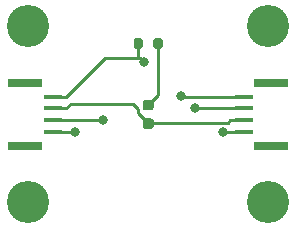
<source format=gbr>
%TF.GenerationSoftware,KiCad,Pcbnew,5.1.7-a382d34a8~87~ubuntu18.04.1*%
%TF.CreationDate,2022-01-02T10:16:47-08:00*%
%TF.ProjectId,basic_led,62617369-635f-46c6-9564-2e6b69636164,rev?*%
%TF.SameCoordinates,Original*%
%TF.FileFunction,Copper,L1,Top*%
%TF.FilePolarity,Positive*%
%FSLAX46Y46*%
G04 Gerber Fmt 4.6, Leading zero omitted, Abs format (unit mm)*
G04 Created by KiCad (PCBNEW 5.1.7-a382d34a8~87~ubuntu18.04.1) date 2022-01-02 10:16:47*
%MOMM*%
%LPD*%
G01*
G04 APERTURE LIST*
%TA.AperFunction,SMDPad,CuDef*%
%ADD10R,3.000000X0.800000*%
%TD*%
%TA.AperFunction,SMDPad,CuDef*%
%ADD11R,1.600000X0.400000*%
%TD*%
%TA.AperFunction,ComponentPad*%
%ADD12C,3.570000*%
%TD*%
%TA.AperFunction,ViaPad*%
%ADD13C,0.800000*%
%TD*%
%TA.AperFunction,Conductor*%
%ADD14C,0.250000*%
%TD*%
G04 APERTURE END LIST*
D10*
%TO.P,J2,*%
%TO.N,*%
X73100000Y-57350000D03*
X73100000Y-62650000D03*
D11*
%TO.P,J2,4*%
%TO.N,/SCL*%
X70775000Y-58500000D03*
%TO.P,J2,3*%
%TO.N,/SDA*%
X70775000Y-59500000D03*
%TO.P,J2,2*%
%TO.N,/3V3*%
X70775000Y-60500000D03*
%TO.P,J2,1*%
%TO.N,GND*%
X70775000Y-61500000D03*
%TD*%
D10*
%TO.P,J1,*%
%TO.N,*%
X52300000Y-62650000D03*
X52300000Y-57350000D03*
D11*
%TO.P,J1,4*%
%TO.N,/SCL*%
X54625000Y-61500000D03*
%TO.P,J1,3*%
%TO.N,/SDA*%
X54625000Y-60500000D03*
%TO.P,J1,2*%
%TO.N,/3V3*%
X54625000Y-59500000D03*
%TO.P,J1,1*%
%TO.N,GND*%
X54625000Y-58500000D03*
%TD*%
D12*
%TO.P,M4,~*%
%TO.N,N/C*%
X52540000Y-67460000D03*
%TD*%
%TO.P,M3,~*%
%TO.N,N/C*%
X72860000Y-67460000D03*
%TD*%
%TO.P,M2,~*%
%TO.N,N/C*%
X72860000Y-52540000D03*
%TD*%
%TO.P,M1,~*%
%TO.N,N/C*%
X52540000Y-52540000D03*
%TD*%
%TO.P,D1,2*%
%TO.N,/3V3*%
%TA.AperFunction,SMDPad,CuDef*%
G36*
G01*
X62443750Y-60350000D02*
X62956250Y-60350000D01*
G75*
G02*
X63175000Y-60568750I0J-218750D01*
G01*
X63175000Y-61006250D01*
G75*
G02*
X62956250Y-61225000I-218750J0D01*
G01*
X62443750Y-61225000D01*
G75*
G02*
X62225000Y-61006250I0J218750D01*
G01*
X62225000Y-60568750D01*
G75*
G02*
X62443750Y-60350000I218750J0D01*
G01*
G37*
%TD.AperFunction*%
%TO.P,D1,1*%
%TO.N,Net-(D1-Pad1)*%
%TA.AperFunction,SMDPad,CuDef*%
G36*
G01*
X62443750Y-58775000D02*
X62956250Y-58775000D01*
G75*
G02*
X63175000Y-58993750I0J-218750D01*
G01*
X63175000Y-59431250D01*
G75*
G02*
X62956250Y-59650000I-218750J0D01*
G01*
X62443750Y-59650000D01*
G75*
G02*
X62225000Y-59431250I0J218750D01*
G01*
X62225000Y-58993750D01*
G75*
G02*
X62443750Y-58775000I218750J0D01*
G01*
G37*
%TD.AperFunction*%
%TD*%
%TO.P,R1,1*%
%TO.N,Net-(D1-Pad1)*%
%TA.AperFunction,SMDPad,CuDef*%
G36*
G01*
X63925000Y-53725000D02*
X63925000Y-54275000D01*
G75*
G02*
X63725000Y-54475000I-200000J0D01*
G01*
X63325000Y-54475000D01*
G75*
G02*
X63125000Y-54275000I0J200000D01*
G01*
X63125000Y-53725000D01*
G75*
G02*
X63325000Y-53525000I200000J0D01*
G01*
X63725000Y-53525000D01*
G75*
G02*
X63925000Y-53725000I0J-200000D01*
G01*
G37*
%TD.AperFunction*%
%TO.P,R1,2*%
%TO.N,GND*%
%TA.AperFunction,SMDPad,CuDef*%
G36*
G01*
X62275000Y-53725000D02*
X62275000Y-54275000D01*
G75*
G02*
X62075000Y-54475000I-200000J0D01*
G01*
X61675000Y-54475000D01*
G75*
G02*
X61475000Y-54275000I0J200000D01*
G01*
X61475000Y-53725000D01*
G75*
G02*
X61675000Y-53525000I200000J0D01*
G01*
X62075000Y-53525000D01*
G75*
G02*
X62275000Y-53725000I0J-200000D01*
G01*
G37*
%TD.AperFunction*%
%TD*%
D13*
%TO.N,GND*%
X62322600Y-55554500D03*
X69000000Y-61500000D03*
%TO.N,/SCL*%
X65487200Y-58416600D03*
X56500000Y-61500000D03*
%TO.N,/SDA*%
X58850000Y-60500000D03*
X66700000Y-59500000D03*
%TD*%
D14*
%TO.N,GND*%
X61875000Y-55231400D02*
X59018900Y-55231400D01*
X59018900Y-55231400D02*
X55750300Y-58500000D01*
X62322600Y-55554500D02*
X61999500Y-55231400D01*
X61999500Y-55231400D02*
X61875000Y-55231400D01*
X61875000Y-55231400D02*
X61875000Y-54000000D01*
X54625000Y-58500000D02*
X55750300Y-58500000D01*
X70775000Y-61500000D02*
X69649700Y-61500000D01*
X69649700Y-61500000D02*
X69000000Y-61500000D01*
%TO.N,Net-(D1-Pad1)*%
X63525000Y-54000000D02*
X63525000Y-58387500D01*
X63525000Y-58387500D02*
X62700000Y-59212500D01*
%TO.N,/3V3*%
X54625000Y-59500000D02*
X55750300Y-59500000D01*
X62700000Y-60704700D02*
X61846300Y-59851000D01*
X61846300Y-59851000D02*
X61846300Y-59511900D01*
X61846300Y-59511900D02*
X61421500Y-59087100D01*
X61421500Y-59087100D02*
X56163200Y-59087100D01*
X56163200Y-59087100D02*
X55750300Y-59500000D01*
X62700000Y-60787500D02*
X62700000Y-60704700D01*
X62700000Y-60704700D02*
X69445000Y-60704700D01*
X69445000Y-60704700D02*
X69649700Y-60500000D01*
X70775000Y-60500000D02*
X69649700Y-60500000D01*
%TO.N,/SCL*%
X54625000Y-61500000D02*
X55750300Y-61500000D01*
X70775000Y-58500000D02*
X65570600Y-58500000D01*
X65570600Y-58500000D02*
X65487200Y-58416600D01*
X55750300Y-61500000D02*
X56500000Y-61500000D01*
%TO.N,/SDA*%
X70775000Y-59500000D02*
X69649700Y-59500000D01*
X54625000Y-60500000D02*
X58850000Y-60500000D01*
X69649700Y-59500000D02*
X66700000Y-59500000D01*
%TD*%
M02*

</source>
